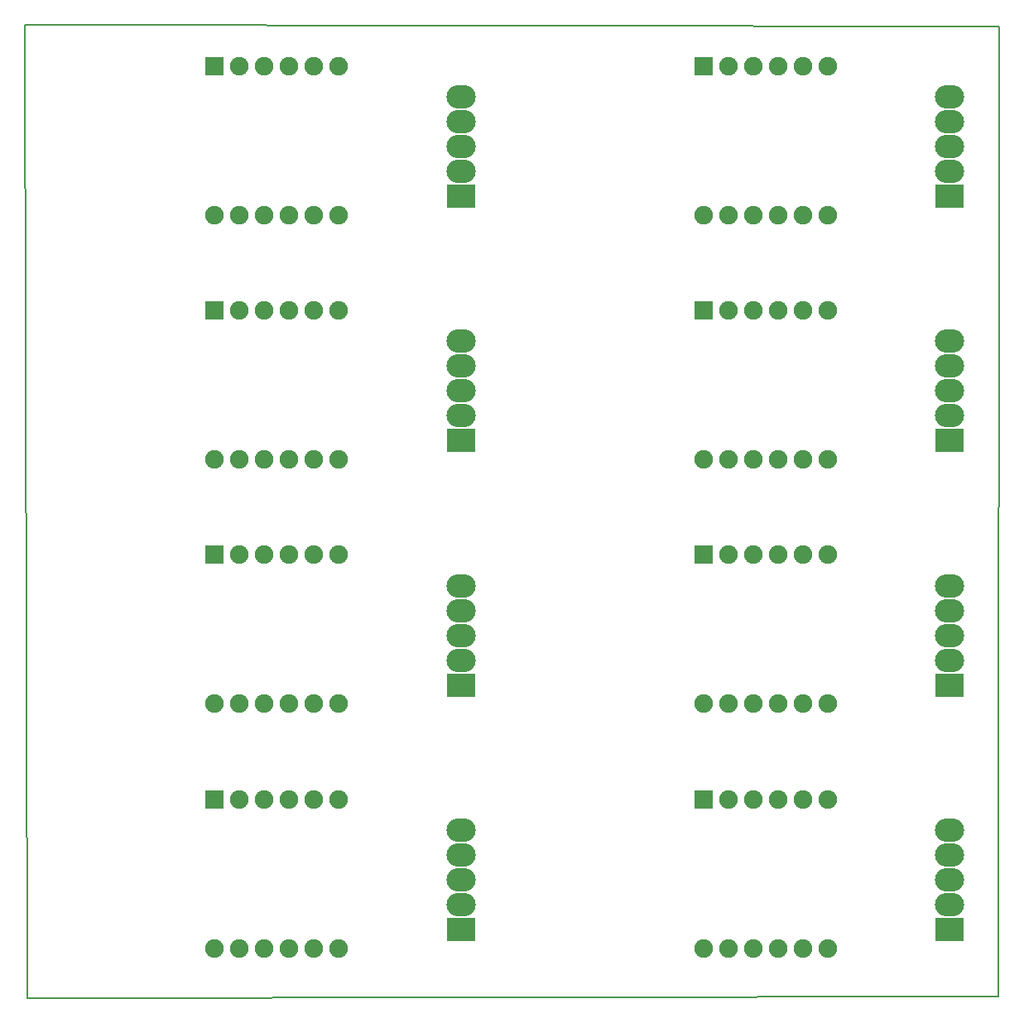
<source format=gbr>
G04 #@! TF.FileFunction,Soldermask,Bot*
%FSLAX46Y46*%
G04 Gerber Fmt 4.6, Leading zero omitted, Abs format (unit mm)*
G04 Created by KiCad (PCBNEW 4.0.7-e2-6376~58~ubuntu16.04.1) date Fri Feb 16 09:21:29 2018*
%MOMM*%
%LPD*%
G01*
G04 APERTURE LIST*
%ADD10C,0.100000*%
%ADD11C,0.150000*%
%ADD12R,1.900000X1.900000*%
%ADD13C,1.900000*%
%ADD14R,3.000000X2.400000*%
%ADD15O,3.000000X2.400000*%
G04 APERTURE END LIST*
D10*
D11*
X26695400Y-132054600D02*
X26441400Y-32486600D01*
X125958600Y-131876800D02*
X26695400Y-132054600D01*
X126060200Y-32689800D02*
X125958600Y-131876800D01*
X26441400Y-32486600D02*
X126060200Y-32689800D01*
D12*
X95821600Y-111728400D03*
D13*
X98361600Y-111728400D03*
X100901600Y-111728400D03*
X103441600Y-111728400D03*
X105981600Y-111728400D03*
X108521600Y-111728400D03*
X108521600Y-126968400D03*
X105981600Y-126968400D03*
X103441600Y-126968400D03*
X100901600Y-126968400D03*
X98361600Y-126968400D03*
X95821600Y-126968400D03*
D12*
X45821600Y-111728400D03*
D13*
X48361600Y-111728400D03*
X50901600Y-111728400D03*
X53441600Y-111728400D03*
X55981600Y-111728400D03*
X58521600Y-111728400D03*
X58521600Y-126968400D03*
X55981600Y-126968400D03*
X53441600Y-126968400D03*
X50901600Y-126968400D03*
X48361600Y-126968400D03*
X45821600Y-126968400D03*
D12*
X95821600Y-86728400D03*
D13*
X98361600Y-86728400D03*
X100901600Y-86728400D03*
X103441600Y-86728400D03*
X105981600Y-86728400D03*
X108521600Y-86728400D03*
X108521600Y-101968400D03*
X105981600Y-101968400D03*
X103441600Y-101968400D03*
X100901600Y-101968400D03*
X98361600Y-101968400D03*
X95821600Y-101968400D03*
D12*
X45821600Y-86728400D03*
D13*
X48361600Y-86728400D03*
X50901600Y-86728400D03*
X53441600Y-86728400D03*
X55981600Y-86728400D03*
X58521600Y-86728400D03*
X58521600Y-101968400D03*
X55981600Y-101968400D03*
X53441600Y-101968400D03*
X50901600Y-101968400D03*
X48361600Y-101968400D03*
X45821600Y-101968400D03*
D12*
X95821600Y-61728400D03*
D13*
X98361600Y-61728400D03*
X100901600Y-61728400D03*
X103441600Y-61728400D03*
X105981600Y-61728400D03*
X108521600Y-61728400D03*
X108521600Y-76968400D03*
X105981600Y-76968400D03*
X103441600Y-76968400D03*
X100901600Y-76968400D03*
X98361600Y-76968400D03*
X95821600Y-76968400D03*
D12*
X45821600Y-61728400D03*
D13*
X48361600Y-61728400D03*
X50901600Y-61728400D03*
X53441600Y-61728400D03*
X55981600Y-61728400D03*
X58521600Y-61728400D03*
X58521600Y-76968400D03*
X55981600Y-76968400D03*
X53441600Y-76968400D03*
X50901600Y-76968400D03*
X48361600Y-76968400D03*
X45821600Y-76968400D03*
D12*
X95821600Y-36728400D03*
D13*
X98361600Y-36728400D03*
X100901600Y-36728400D03*
X103441600Y-36728400D03*
X105981600Y-36728400D03*
X108521600Y-36728400D03*
X108521600Y-51968400D03*
X105981600Y-51968400D03*
X103441600Y-51968400D03*
X100901600Y-51968400D03*
X98361600Y-51968400D03*
X95821600Y-51968400D03*
D14*
X121018400Y-125038000D03*
D15*
X121018400Y-122498000D03*
X121018400Y-119958000D03*
X121018400Y-117418000D03*
X121018400Y-114878000D03*
D14*
X71018400Y-125038000D03*
D15*
X71018400Y-122498000D03*
X71018400Y-119958000D03*
X71018400Y-117418000D03*
X71018400Y-114878000D03*
D14*
X121018400Y-100038000D03*
D15*
X121018400Y-97498000D03*
X121018400Y-94958000D03*
X121018400Y-92418000D03*
X121018400Y-89878000D03*
D14*
X71018400Y-100038000D03*
D15*
X71018400Y-97498000D03*
X71018400Y-94958000D03*
X71018400Y-92418000D03*
X71018400Y-89878000D03*
D14*
X121018400Y-75038000D03*
D15*
X121018400Y-72498000D03*
X121018400Y-69958000D03*
X121018400Y-67418000D03*
X121018400Y-64878000D03*
D14*
X71018400Y-75038000D03*
D15*
X71018400Y-72498000D03*
X71018400Y-69958000D03*
X71018400Y-67418000D03*
X71018400Y-64878000D03*
D14*
X121018400Y-50038000D03*
D15*
X121018400Y-47498000D03*
X121018400Y-44958000D03*
X121018400Y-42418000D03*
X121018400Y-39878000D03*
D12*
X45821600Y-36728400D03*
D13*
X48361600Y-36728400D03*
X50901600Y-36728400D03*
X53441600Y-36728400D03*
X55981600Y-36728400D03*
X58521600Y-36728400D03*
X58521600Y-51968400D03*
X55981600Y-51968400D03*
X53441600Y-51968400D03*
X50901600Y-51968400D03*
X48361600Y-51968400D03*
X45821600Y-51968400D03*
D14*
X71018400Y-50038000D03*
D15*
X71018400Y-47498000D03*
X71018400Y-44958000D03*
X71018400Y-42418000D03*
X71018400Y-39878000D03*
M02*

</source>
